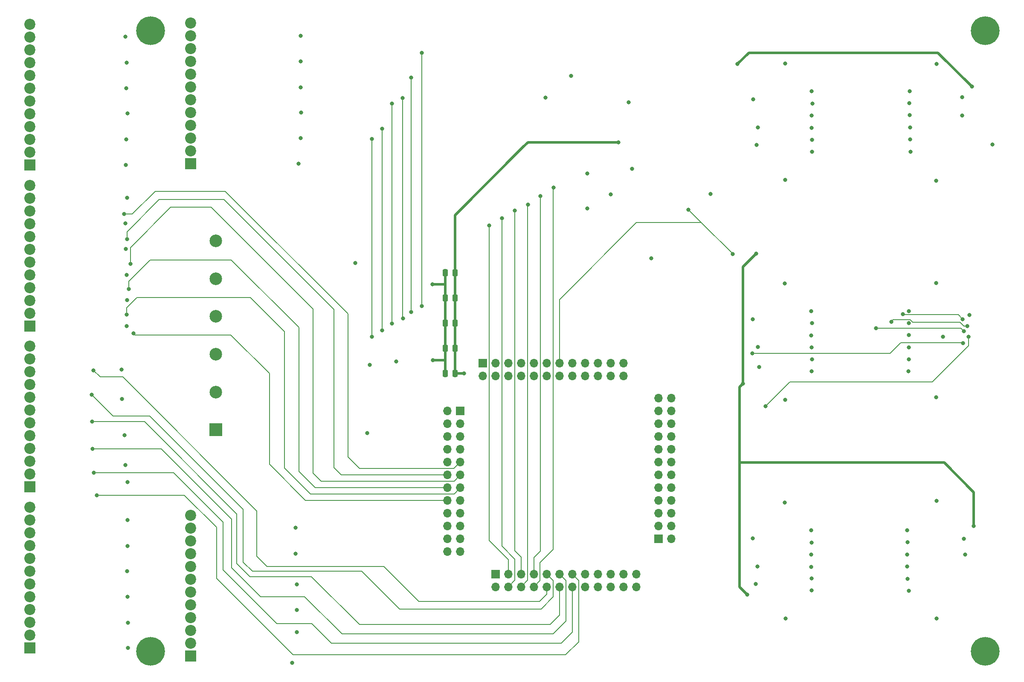
<source format=gbr>
%TF.GenerationSoftware,KiCad,Pcbnew,7.0.7*%
%TF.CreationDate,2023-08-23T16:32:02-04:00*%
%TF.ProjectId,Mux64,4d757836-342e-46b6-9963-61645f706362,rev?*%
%TF.SameCoordinates,Original*%
%TF.FileFunction,Copper,L4,Bot*%
%TF.FilePolarity,Positive*%
%FSLAX46Y46*%
G04 Gerber Fmt 4.6, Leading zero omitted, Abs format (unit mm)*
G04 Created by KiCad (PCBNEW 7.0.7) date 2023-08-23 16:32:02*
%MOMM*%
%LPD*%
G01*
G04 APERTURE LIST*
G04 Aperture macros list*
%AMRoundRect*
0 Rectangle with rounded corners*
0 $1 Rounding radius*
0 $2 $3 $4 $5 $6 $7 $8 $9 X,Y pos of 4 corners*
0 Add a 4 corners polygon primitive as box body*
4,1,4,$2,$3,$4,$5,$6,$7,$8,$9,$2,$3,0*
0 Add four circle primitives for the rounded corners*
1,1,$1+$1,$2,$3*
1,1,$1+$1,$4,$5*
1,1,$1+$1,$6,$7*
1,1,$1+$1,$8,$9*
0 Add four rect primitives between the rounded corners*
20,1,$1+$1,$2,$3,$4,$5,0*
20,1,$1+$1,$4,$5,$6,$7,0*
20,1,$1+$1,$6,$7,$8,$9,0*
20,1,$1+$1,$8,$9,$2,$3,0*%
G04 Aperture macros list end*
%TA.AperFunction,ComponentPad*%
%ADD10R,1.700000X1.700000*%
%TD*%
%TA.AperFunction,ComponentPad*%
%ADD11O,1.700000X1.700000*%
%TD*%
%TA.AperFunction,ComponentPad*%
%ADD12R,2.500000X2.500000*%
%TD*%
%TA.AperFunction,ComponentPad*%
%ADD13C,2.500000*%
%TD*%
%TA.AperFunction,ComponentPad*%
%ADD14R,2.200000X2.200000*%
%TD*%
%TA.AperFunction,ComponentPad*%
%ADD15C,2.200000*%
%TD*%
%TA.AperFunction,WasherPad*%
%ADD16C,5.700000*%
%TD*%
%TA.AperFunction,SMDPad,CuDef*%
%ADD17RoundRect,0.250000X0.250000X0.475000X-0.250000X0.475000X-0.250000X-0.475000X0.250000X-0.475000X0*%
%TD*%
%TA.AperFunction,ViaPad*%
%ADD18C,0.800000*%
%TD*%
%TA.AperFunction,Conductor*%
%ADD19C,0.152400*%
%TD*%
%TA.AperFunction,Conductor*%
%ADD20C,0.500000*%
%TD*%
%TA.AperFunction,Conductor*%
%ADD21C,0.152000*%
%TD*%
G04 APERTURE END LIST*
D10*
%TO.P,J9,1,Pin_1*%
%TO.N,unconnected-(J9-Pin_1-Pad1)*%
X185840000Y-129310000D03*
D11*
%TO.P,J9,2,Pin_2*%
%TO.N,MUX64_A34*%
X188380000Y-129310000D03*
%TO.P,J9,3,Pin_3*%
%TO.N,MUX64_A36*%
X185840000Y-126770000D03*
%TO.P,J9,4,Pin_4*%
%TO.N,MUX64_A35*%
X188380000Y-126770000D03*
%TO.P,J9,5,Pin_5*%
%TO.N,MUX64_A38*%
X185840000Y-124230000D03*
%TO.P,J9,6,Pin_6*%
%TO.N,MUX64_A37*%
X188380000Y-124230000D03*
%TO.P,J9,7,Pin_7*%
%TO.N,MUX64_A40*%
X185840000Y-121690000D03*
%TO.P,J9,8,Pin_8*%
%TO.N,MUX64_A39*%
X188380000Y-121690000D03*
%TO.P,J9,9,Pin_9*%
%TO.N,MUX64_A11*%
X185840000Y-119150000D03*
%TO.P,J9,10,Pin_10*%
%TO.N,MUX64_A41*%
X188380000Y-119150000D03*
%TO.P,J9,11,Pin_11*%
%TO.N,MUX64_A11*%
X185840000Y-116610000D03*
%TO.P,J9,12,Pin_12*%
X188380000Y-116610000D03*
%TO.P,J9,13,Pin_13*%
X185840000Y-114070000D03*
%TO.P,J9,14,Pin_14*%
X188380000Y-114070000D03*
%TO.P,J9,15,Pin_15*%
X185840000Y-111530000D03*
%TO.P,J9,16,Pin_16*%
X188380000Y-111530000D03*
%TO.P,J9,17,Pin_17*%
X185840000Y-108990000D03*
%TO.P,J9,18,Pin_18*%
X188380000Y-108990000D03*
%TO.P,J9,19,Pin_19*%
X185840000Y-106450000D03*
%TO.P,J9,20,Pin_20*%
X188380000Y-106450000D03*
%TO.P,J9,21,Pin_21*%
%TO.N,unconnected-(J9-Pin_21-Pad21)*%
X185840000Y-103910000D03*
%TO.P,J9,22,Pin_22*%
%TO.N,MUX64_A11*%
X188380000Y-103910000D03*
%TO.P,J9,23,Pin_23*%
X185840000Y-101370000D03*
%TO.P,J9,24,Pin_24*%
X188380000Y-101370000D03*
%TD*%
D10*
%TO.P,J10,1,Pin_1*%
%TO.N,MUX64_A11*%
X150915000Y-94385000D03*
D11*
%TO.P,J10,2,Pin_2*%
X150915000Y-96925000D03*
%TO.P,J10,3,Pin_3*%
%TO.N,1.2V*%
X153455000Y-94385000D03*
%TO.P,J10,4,Pin_4*%
%TO.N,unconnected-(J10-Pin_4-Pad4)*%
X153455000Y-96925000D03*
%TO.P,J10,5,Pin_5*%
%TO.N,1.2V*%
X155995000Y-94385000D03*
%TO.P,J10,6,Pin_6*%
X155995000Y-96925000D03*
%TO.P,J10,7,Pin_7*%
X158535000Y-94385000D03*
%TO.P,J10,8,Pin_8*%
X158535000Y-96925000D03*
%TO.P,J10,9,Pin_9*%
%TO.N,MUX64_A11*%
X161075000Y-94385000D03*
%TO.P,J10,10,Pin_10*%
X161075000Y-96925000D03*
%TO.P,J10,11,Pin_11*%
X163615000Y-94385000D03*
%TO.P,J10,12,Pin_12*%
X163615000Y-96925000D03*
%TO.P,J10,13,Pin_13*%
%TO.N,B_a4*%
X166155000Y-94385000D03*
%TO.P,J10,14,Pin_14*%
%TO.N,B_a0(MUX_OUT)*%
X166155000Y-96925000D03*
%TO.P,J10,15,Pin_15*%
%TO.N,MUX64_A11*%
X168695000Y-94385000D03*
%TO.P,J10,16,Pin_16*%
X168695000Y-96925000D03*
%TO.P,J10,17,Pin_17*%
X171235000Y-94385000D03*
%TO.P,J10,18,Pin_18*%
%TO.N,MUX64_A60*%
X171235000Y-96925000D03*
%TO.P,J10,19,Pin_19*%
%TO.N,MUX64_A57*%
X173775000Y-94385000D03*
%TO.P,J10,20,Pin_20*%
%TO.N,MUX64_A58*%
X173775000Y-96925000D03*
%TO.P,J10,21,Pin_21*%
%TO.N,MUX64_A55*%
X176315000Y-94385000D03*
%TO.P,J10,22,Pin_22*%
%TO.N,MUX64_A56*%
X176315000Y-96925000D03*
%TO.P,J10,23,Pin_23*%
%TO.N,MUX64_A54*%
X178855000Y-94385000D03*
%TO.P,J10,24,Pin_24*%
%TO.N,unconnected-(J10-Pin_24-Pad24)*%
X178855000Y-96925000D03*
%TD*%
D10*
%TO.P,J8,1,Pin_1*%
%TO.N,unconnected-(J8-Pin_1-Pad1)*%
X153455000Y-136295000D03*
D11*
%TO.P,J8,2,Pin_2*%
%TO.N,MUX64_A11*%
X153455000Y-138835000D03*
%TO.P,J8,3,Pin_3*%
%TO.N,MUX64_A16*%
X155995000Y-136295000D03*
%TO.P,J8,4,Pin_4*%
%TO.N,MUX64_A15*%
X155995000Y-138835000D03*
%TO.P,J8,5,Pin_5*%
%TO.N,MUX64_A18*%
X158535000Y-136295000D03*
%TO.P,J8,6,Pin_6*%
%TO.N,MUX64_A17*%
X158535000Y-138835000D03*
%TO.P,J8,7,Pin_7*%
%TO.N,MUX64_A20*%
X161075000Y-136295000D03*
%TO.P,J8,8,Pin_8*%
%TO.N,MUX64_A19*%
X161075000Y-138835000D03*
%TO.P,J8,9,Pin_9*%
%TO.N,MUX64_A22*%
X163615000Y-136295000D03*
%TO.P,J8,10,Pin_10*%
%TO.N,MUX64_A21*%
X163615000Y-138835000D03*
%TO.P,J8,11,Pin_11*%
%TO.N,MUX64_A24*%
X166155000Y-136295000D03*
%TO.P,J8,12,Pin_12*%
%TO.N,MUX64_A23*%
X166155000Y-138835000D03*
%TO.P,J8,13,Pin_13*%
%TO.N,MUX64_A26*%
X168695000Y-136295000D03*
%TO.P,J8,14,Pin_14*%
%TO.N,MUX64_A25*%
X168695000Y-138835000D03*
%TO.P,J8,15,Pin_15*%
%TO.N,MUX64_A11*%
X171235000Y-136295000D03*
%TO.P,J8,16,Pin_16*%
X171235000Y-138835000D03*
%TO.P,J8,17,Pin_17*%
%TO.N,MUX64_A30*%
X173775000Y-136295000D03*
%TO.P,J8,18,Pin_18*%
%TO.N,MUX64_A29*%
X173775000Y-138835000D03*
%TO.P,J8,19,Pin_19*%
%TO.N,MUX64_A32*%
X176315000Y-136295000D03*
%TO.P,J8,20,Pin_20*%
%TO.N,MUX64_A31*%
X176315000Y-138835000D03*
%TO.P,J8,21,Pin_21*%
%TO.N,unconnected-(J8-Pin_21-Pad21)*%
X178855000Y-136295000D03*
%TO.P,J8,22,Pin_22*%
%TO.N,MUX64_A33*%
X178855000Y-138835000D03*
%TO.P,J8,23,Pin_23*%
%TO.N,MUX64_A11*%
X181395000Y-136295000D03*
%TO.P,J8,24,Pin_24*%
X181395000Y-138835000D03*
%TD*%
D10*
%TO.P,J7,1,Pin_1*%
%TO.N,unconnected-(J7-Pin_1-Pad1)*%
X146470000Y-103910000D03*
D11*
%TO.P,J7,2,Pin_2*%
%TO.N,B_d5*%
X143930000Y-103910000D03*
%TO.P,J7,3,Pin_3*%
%TO.N,B_d3*%
X146470000Y-106450000D03*
%TO.P,J7,4,Pin_4*%
%TO.N,B_d4*%
X143930000Y-106450000D03*
%TO.P,J7,5,Pin_5*%
%TO.N,B_d1*%
X146470000Y-108990000D03*
%TO.P,J7,6,Pin_6*%
%TO.N,B_d2*%
X143930000Y-108990000D03*
%TO.P,J7,7,Pin_7*%
%TO.N,MUX64_A0*%
X146470000Y-111530000D03*
%TO.P,J7,8,Pin_8*%
%TO.N,B_d0*%
X143930000Y-111530000D03*
%TO.P,J7,9,Pin_9*%
%TO.N,MUX64_A2*%
X146470000Y-114070000D03*
%TO.P,J7,10,Pin_10*%
%TO.N,MUX64_A0*%
X143930000Y-114070000D03*
%TO.P,J7,11,Pin_11*%
%TO.N,MUX64_A4*%
X146470000Y-116610000D03*
%TO.P,J7,12,Pin_12*%
%TO.N,MUX64_A3*%
X143930000Y-116610000D03*
%TO.P,J7,13,Pin_13*%
%TO.N,MUX64_A6*%
X146470000Y-119150000D03*
%TO.P,J7,14,Pin_14*%
%TO.N,MUX64_A5*%
X143930000Y-119150000D03*
%TO.P,J7,15,Pin_15*%
%TO.N,MUX64_A8*%
X146470000Y-121690000D03*
%TO.P,J7,16,Pin_16*%
%TO.N,MUX64_A7*%
X143930000Y-121690000D03*
%TO.P,J7,17,Pin_17*%
%TO.N,MUX64_A10*%
X146470000Y-124230000D03*
%TO.P,J7,18,Pin_18*%
%TO.N,MUX64_A9*%
X143930000Y-124230000D03*
%TO.P,J7,19,Pin_19*%
%TO.N,MUX64_A11*%
X146470000Y-126770000D03*
%TO.P,J7,20,Pin_20*%
X143930000Y-126770000D03*
%TO.P,J7,21,Pin_21*%
%TO.N,unconnected-(J7-Pin_21-Pad21)*%
X146470000Y-129310000D03*
%TO.P,J7,22,Pin_22*%
%TO.N,MUX64_A11*%
X143930000Y-129310000D03*
%TO.P,J7,23,Pin_23*%
X146470000Y-131850000D03*
%TO.P,J7,24,Pin_24*%
X143930000Y-131850000D03*
%TD*%
D12*
%TO.P,J12,1,Pin_1*%
%TO.N,/mux64-regulators/screw-terminals/HV0*%
X97920000Y-107640000D03*
D13*
%TO.P,J12,2,Pin_2*%
%TO.N,MUX64_A11*%
X97920000Y-100140000D03*
%TO.P,J12,3,Pin_3*%
%TO.N,/mux64-regulators/screw-terminals/HV1*%
X97920000Y-92640000D03*
%TO.P,J12,4,Pin_4*%
%TO.N,MUX64_A11*%
X97920000Y-85140000D03*
%TO.P,J12,5,Pin_5*%
%TO.N,/mux64-regulators/screw-terminals/HV2*%
X97920000Y-77640000D03*
%TO.P,J12,6,Pin_6*%
%TO.N,MUX64_A11*%
X97920000Y-70140000D03*
%TD*%
D14*
%TO.P,J16,1,Pin_1*%
%TO.N,Net-(J16-Pin_1)*%
X61040000Y-87030000D03*
D15*
%TO.P,J16,2,Pin_2*%
%TO.N,MUX64_A11*%
X61040000Y-84490000D03*
%TO.P,J16,3,Pin_3*%
%TO.N,Net-(J16-Pin_3)*%
X61040000Y-81950000D03*
%TO.P,J16,4,Pin_4*%
%TO.N,MUX64_A11*%
X61040000Y-79410000D03*
%TO.P,J16,5,Pin_5*%
%TO.N,Net-(J16-Pin_5)*%
X61040000Y-76870000D03*
%TO.P,J16,6,Pin_6*%
%TO.N,MUX64_A11*%
X61040000Y-74330000D03*
%TO.P,J16,7,Pin_7*%
%TO.N,Net-(J16-Pin_7)*%
X61040000Y-71790000D03*
%TO.P,J16,8,Pin_8*%
%TO.N,MUX64_A11*%
X61040000Y-69250000D03*
%TO.P,J16,9,Pin_9*%
%TO.N,Net-(J16-Pin_9)*%
X61040000Y-66710000D03*
%TO.P,J16,10,Pin_10*%
%TO.N,MUX64_A11*%
X61040000Y-64170000D03*
%TO.P,J16,11,Pin_11*%
%TO.N,Net-(J16-Pin_11)*%
X61040000Y-61630000D03*
%TO.P,J16,12,Pin_12*%
%TO.N,MUX64_A11*%
X61040000Y-59090000D03*
%TD*%
D14*
%TO.P,J13,1,Pin_1*%
%TO.N,Net-(J13-Pin_1)*%
X61030000Y-118970000D03*
D15*
%TO.P,J13,2,Pin_2*%
%TO.N,MUX64_A11*%
X61030000Y-116430000D03*
%TO.P,J13,3,Pin_3*%
%TO.N,Net-(J13-Pin_3)*%
X61030000Y-113890000D03*
%TO.P,J13,4,Pin_4*%
%TO.N,MUX64_A11*%
X61030000Y-111350000D03*
%TO.P,J13,5,Pin_5*%
%TO.N,Net-(J13-Pin_5)*%
X61030000Y-108810000D03*
%TO.P,J13,6,Pin_6*%
%TO.N,MUX64_A11*%
X61030000Y-106270000D03*
%TO.P,J13,7,Pin_7*%
%TO.N,Net-(J13-Pin_7)*%
X61030000Y-103730000D03*
%TO.P,J13,8,Pin_8*%
%TO.N,MUX64_A11*%
X61030000Y-101190000D03*
%TO.P,J13,9,Pin_9*%
%TO.N,Net-(J13-Pin_9)*%
X61030000Y-98650000D03*
%TO.P,J13,10,Pin_10*%
%TO.N,MUX64_A11*%
X61030000Y-96110000D03*
%TO.P,J13,11,Pin_11*%
%TO.N,Net-(J13-Pin_11)*%
X61030000Y-93570000D03*
%TO.P,J13,12,Pin_12*%
%TO.N,MUX64_A11*%
X61030000Y-91030000D03*
%TD*%
D16*
%TO.P,H2,*%
%TO.N,*%
X85000000Y-151680000D03*
%TD*%
D14*
%TO.P,J11,1,Pin_1*%
%TO.N,Net-(J11-Pin_1)*%
X61022500Y-151001000D03*
D15*
%TO.P,J11,2,Pin_2*%
%TO.N,MUX64_A11*%
X61022500Y-148461000D03*
%TO.P,J11,3,Pin_3*%
%TO.N,Net-(J11-Pin_3)*%
X61022500Y-145921000D03*
%TO.P,J11,4,Pin_4*%
%TO.N,MUX64_A11*%
X61022500Y-143381000D03*
%TO.P,J11,5,Pin_5*%
%TO.N,Net-(J11-Pin_5)*%
X61022500Y-140841000D03*
%TO.P,J11,6,Pin_6*%
%TO.N,MUX64_A11*%
X61022500Y-138301000D03*
%TO.P,J11,7,Pin_7*%
%TO.N,Net-(J11-Pin_7)*%
X61022500Y-135761000D03*
%TO.P,J11,8,Pin_8*%
%TO.N,MUX64_A11*%
X61022500Y-133221000D03*
%TO.P,J11,9,Pin_9*%
%TO.N,Net-(J11-Pin_9)*%
X61022500Y-130681000D03*
%TO.P,J11,10,Pin_10*%
%TO.N,MUX64_A11*%
X61022500Y-128141000D03*
%TO.P,J11,11,Pin_11*%
%TO.N,Net-(J11-Pin_11)*%
X61022500Y-125601000D03*
%TO.P,J11,12,Pin_12*%
%TO.N,MUX64_A11*%
X61022500Y-123061000D03*
%TD*%
D16*
%TO.P,H1,*%
%TO.N,*%
X250700000Y-151680000D03*
%TD*%
D14*
%TO.P,J18,1,Pin_1*%
%TO.N,Net-(J18-Pin_1)*%
X61050000Y-55030000D03*
D15*
%TO.P,J18,2,Pin_2*%
%TO.N,MUX64_A11*%
X61050000Y-52490000D03*
%TO.P,J18,3,Pin_3*%
%TO.N,Net-(J18-Pin_3)*%
X61050000Y-49950000D03*
%TO.P,J18,4,Pin_4*%
%TO.N,MUX64_A11*%
X61050000Y-47410000D03*
%TO.P,J18,5,Pin_5*%
%TO.N,Net-(J18-Pin_5)*%
X61050000Y-44870000D03*
%TO.P,J18,6,Pin_6*%
%TO.N,MUX64_A11*%
X61050000Y-42330000D03*
%TO.P,J18,7,Pin_7*%
%TO.N,Net-(J18-Pin_7)*%
X61050000Y-39790000D03*
%TO.P,J18,8,Pin_8*%
%TO.N,MUX64_A11*%
X61050000Y-37250000D03*
%TO.P,J18,9,Pin_9*%
%TO.N,Net-(J18-Pin_9)*%
X61050000Y-34710000D03*
%TO.P,J18,10,Pin_10*%
%TO.N,MUX64_A11*%
X61050000Y-32170000D03*
%TO.P,J18,11,Pin_11*%
%TO.N,Net-(J18-Pin_11)*%
X61050000Y-29630000D03*
%TO.P,J18,12,Pin_12*%
%TO.N,MUX64_A11*%
X61050000Y-27090000D03*
%TD*%
D14*
%TO.P,J14,1,Pin_1*%
%TO.N,Net-(J14-Pin_1)*%
X92920000Y-152570000D03*
D15*
%TO.P,J14,2,Pin_2*%
%TO.N,MUX64_A11*%
X92920000Y-150030000D03*
%TO.P,J14,3,Pin_3*%
%TO.N,Net-(J14-Pin_3)*%
X92920000Y-147490000D03*
%TO.P,J14,4,Pin_4*%
%TO.N,MUX64_A11*%
X92920000Y-144950000D03*
%TO.P,J14,5,Pin_5*%
%TO.N,Net-(J14-Pin_5)*%
X92920000Y-142410000D03*
%TO.P,J14,6,Pin_6*%
%TO.N,MUX64_A11*%
X92920000Y-139870000D03*
%TO.P,J14,7,Pin_7*%
%TO.N,Net-(J14-Pin_7)*%
X92920000Y-137330000D03*
%TO.P,J14,8,Pin_8*%
%TO.N,MUX64_A11*%
X92920000Y-134790000D03*
%TO.P,J14,9,Pin_9*%
%TO.N,Net-(J14-Pin_9)*%
X92920000Y-132250000D03*
%TO.P,J14,10,Pin_10*%
%TO.N,MUX64_A11*%
X92920000Y-129710000D03*
%TO.P,J14,11,Pin_11*%
%TO.N,Net-(J14-Pin_11)*%
X92920000Y-127170000D03*
%TO.P,J14,12,Pin_12*%
%TO.N,MUX64_A11*%
X92920000Y-124630000D03*
%TD*%
D14*
%TO.P,J17,1,Pin_1*%
%TO.N,Net-(J17-Pin_1)*%
X92920000Y-54800000D03*
D15*
%TO.P,J17,2,Pin_2*%
%TO.N,MUX64_A11*%
X92920000Y-52260000D03*
%TO.P,J17,3,Pin_3*%
%TO.N,Net-(J17-Pin_3)*%
X92920000Y-49720000D03*
%TO.P,J17,4,Pin_4*%
%TO.N,MUX64_A11*%
X92920000Y-47180000D03*
%TO.P,J17,5,Pin_5*%
%TO.N,Net-(J17-Pin_5)*%
X92920000Y-44640000D03*
%TO.P,J17,6,Pin_6*%
%TO.N,MUX64_A11*%
X92920000Y-42100000D03*
%TO.P,J17,7,Pin_7*%
%TO.N,Net-(J17-Pin_7)*%
X92920000Y-39560000D03*
%TO.P,J17,8,Pin_8*%
%TO.N,MUX64_A11*%
X92920000Y-37020000D03*
%TO.P,J17,9,Pin_9*%
%TO.N,Net-(J17-Pin_9)*%
X92920000Y-34480000D03*
%TO.P,J17,10,Pin_10*%
%TO.N,MUX64_A11*%
X92920000Y-31940000D03*
%TO.P,J17,11,Pin_11*%
%TO.N,Net-(J17-Pin_11)*%
X92920000Y-29400000D03*
%TO.P,J17,12,Pin_12*%
%TO.N,MUX64_A11*%
X92920000Y-26860000D03*
%TD*%
D16*
%TO.P,H4,*%
%TO.N,*%
X250700000Y-28380000D03*
%TD*%
%TO.P,H3,*%
%TO.N,*%
X85000000Y-28380000D03*
%TD*%
D17*
%TO.P,C12,1*%
%TO.N,1.2V*%
X145410000Y-76468600D03*
%TO.P,C12,2*%
%TO.N,MUX64_A11*%
X143510000Y-76468600D03*
%TD*%
%TO.P,C9,1*%
%TO.N,1.2V*%
X145410000Y-91480000D03*
%TO.P,C9,2*%
%TO.N,MUX64_A11*%
X143510000Y-91480000D03*
%TD*%
%TO.P,C7,1*%
%TO.N,1.2V*%
X145410000Y-96483800D03*
%TO.P,C7,2*%
%TO.N,MUX64_A11*%
X143510000Y-96483800D03*
%TD*%
%TO.P,C10,1*%
%TO.N,1.2V*%
X145410000Y-86476200D03*
%TO.P,C10,2*%
%TO.N,MUX64_A11*%
X143510000Y-86476200D03*
%TD*%
%TO.P,C11,1*%
%TO.N,1.2V*%
X145410000Y-81472400D03*
%TO.P,C11,2*%
%TO.N,MUX64_A11*%
X143510000Y-81472400D03*
%TD*%
D18*
%TO.N,B_a0(MUX_OUT)*%
X246300000Y-90480000D03*
X204400000Y-92480000D03*
%TO.N,B_d3*%
X247400000Y-89180000D03*
X207100000Y-102980000D03*
%TO.N,LV_RB*%
X205200000Y-72680000D03*
X202600000Y-98480000D03*
%TO.N,B_d1*%
X247100000Y-87080000D03*
X232000000Y-86180000D03*
%TO.N,B_d0*%
X246200000Y-85680000D03*
X234300000Y-84680000D03*
%TO.N,B_d2*%
X246400000Y-88080000D03*
X229000000Y-87500000D03*
%TO.N,MUX64_A11*%
X240950000Y-101200000D03*
%TO.N,B_a4*%
X200500000Y-72750000D03*
%TO.N,LV_RB*%
X248000000Y-39500000D03*
X201500000Y-35000000D03*
X248360000Y-126760000D03*
X203420000Y-140390000D03*
%TO.N,1.2V*%
X177850000Y-50540000D03*
X147216200Y-96483800D03*
%TO.N,B_a4*%
X191730000Y-63920000D03*
%TO.N,MUX64_A2*%
X79710000Y-64810000D03*
%TO.N,MUX64_A3*%
X80310000Y-69780000D03*
%TO.N,MUX64_A4*%
X80980000Y-74690000D03*
%TO.N,MUX64_A5*%
X80620000Y-79690000D03*
%TO.N,MUX64_A6*%
X80220000Y-84800000D03*
%TO.N,MUX64_A7*%
X81560000Y-88520000D03*
%TO.N,MUX64_A15*%
X154720000Y-65630000D03*
%TO.N,MUX64_A16*%
X152180000Y-67090000D03*
%TO.N,MUX64_A17*%
X159875000Y-62955000D03*
%TO.N,MUX64_A18*%
X157260000Y-64140000D03*
%TO.N,MUX64_A19*%
X164970000Y-59510000D03*
%TO.N,MUX64_A20*%
X162380000Y-61240000D03*
%TO.N,MUX64_A21*%
X73660000Y-95860000D03*
%TO.N,MUX64_A22*%
X73260000Y-100670000D03*
%TO.N,MUX64_A23*%
X73400000Y-106030000D03*
%TO.N,MUX64_A24*%
X73440000Y-111460000D03*
%TO.N,MUX64_A25*%
X73680000Y-116170000D03*
%TO.N,MUX64_A26*%
X74260000Y-120690000D03*
%TO.N,MUX64_A11*%
X235460000Y-96050000D03*
X246700000Y-132450000D03*
X216250000Y-93670000D03*
X216140000Y-134860000D03*
X80230000Y-87080000D03*
X114750000Y-49750000D03*
X235500000Y-93670000D03*
X216240000Y-130040000D03*
X235270000Y-137250000D03*
X80370000Y-44850000D03*
X176340000Y-60920000D03*
X79250000Y-95710000D03*
X79950000Y-29580000D03*
X216140000Y-88890000D03*
X114020000Y-143410000D03*
X180540000Y-55850000D03*
X235200000Y-127620000D03*
X80420000Y-125600000D03*
X168410000Y-37330000D03*
X210980000Y-58050000D03*
X235630000Y-42810000D03*
X205480000Y-134780000D03*
X210860000Y-122110000D03*
X246430000Y-129270000D03*
X80480000Y-150970000D03*
X125570000Y-74490000D03*
X216200000Y-137220000D03*
X80050000Y-55030000D03*
X210910000Y-78560000D03*
X128470000Y-94770000D03*
X240970000Y-121800000D03*
X205751755Y-95220500D03*
X235500000Y-91270000D03*
X113090000Y-153930000D03*
X240970000Y-145150000D03*
X216150000Y-84060000D03*
X79320000Y-101500000D03*
X80450000Y-145970000D03*
X216290000Y-86490000D03*
X235770000Y-49980000D03*
X216290000Y-50030000D03*
X246130000Y-45210000D03*
X216190000Y-91310000D03*
X140950000Y-78780000D03*
X235660000Y-40410000D03*
X113990000Y-147870000D03*
X80350000Y-135710000D03*
X216180000Y-45250000D03*
X80400000Y-140850000D03*
X113740000Y-132280000D03*
X79980000Y-114690000D03*
X247500000Y-84830000D03*
X216300000Y-52400000D03*
X205240000Y-51060000D03*
X216190000Y-40420000D03*
X205150000Y-138250000D03*
X235500000Y-139610000D03*
X80400000Y-130740000D03*
X80140000Y-49960000D03*
X113740000Y-127080000D03*
X163390000Y-41700000D03*
X235650000Y-45170000D03*
X205570000Y-47590000D03*
X235170000Y-132430000D03*
X79790000Y-108710000D03*
X80040000Y-71760000D03*
X235500000Y-86500000D03*
X252080000Y-51020000D03*
X196120000Y-60820000D03*
X171670000Y-63660000D03*
X216330000Y-42850000D03*
X80220000Y-76880000D03*
X204570000Y-42030000D03*
X210950000Y-34920000D03*
X240940000Y-58180000D03*
X133750000Y-94110000D03*
X216210000Y-139590000D03*
X240920000Y-78510000D03*
X235500000Y-88870000D03*
X205530000Y-91230000D03*
X114770000Y-29430000D03*
X114030000Y-138330000D03*
X216160000Y-96070000D03*
X204480000Y-129220000D03*
X216100000Y-127610000D03*
X235730000Y-47610000D03*
X114840000Y-44600000D03*
X114380000Y-54810000D03*
X216230000Y-47670000D03*
X171670000Y-56730000D03*
X80360000Y-118070000D03*
X80240000Y-34720000D03*
X184400000Y-73600000D03*
X235820000Y-52390000D03*
X235500000Y-84070000D03*
X216090000Y-132440000D03*
X141040000Y-93830000D03*
X179840000Y-42600000D03*
X80160000Y-39780000D03*
X127940000Y-108280000D03*
X211010000Y-145110000D03*
X79960000Y-66660000D03*
X246120000Y-41600000D03*
X114750000Y-34510000D03*
X204530000Y-85670000D03*
X242300000Y-89180000D03*
X210940000Y-101700000D03*
X235260000Y-130020000D03*
X80280000Y-61600000D03*
X114800000Y-39660000D03*
X235170000Y-134820000D03*
X80270000Y-81920000D03*
X241000000Y-35010000D03*
%TO.N,MUX64_A55*%
X135050000Y-85540000D03*
X135020000Y-41790000D03*
%TO.N,MUX64_A54*%
X138780000Y-32820000D03*
X138790000Y-83090000D03*
%TO.N,MUX64_A56*%
X136740000Y-84270000D03*
X136730000Y-37680000D03*
%TO.N,MUX64_A57*%
X130930000Y-47880000D03*
X130930000Y-87880000D03*
%TO.N,MUX64_A58*%
X132900000Y-86520000D03*
X132910000Y-42840000D03*
%TO.N,MUX64_A60*%
X128910000Y-89160000D03*
X128890000Y-49900000D03*
%TD*%
D19*
%TO.N,B_a0(MUX_OUT)*%
X204400000Y-92480000D02*
X231800000Y-92480000D01*
X231800000Y-92480000D02*
X233900000Y-90380000D01*
X233900000Y-90380000D02*
X246200000Y-90380000D01*
X246200000Y-90380000D02*
X246300000Y-90480000D01*
%TO.N,B_d3*%
X247400000Y-89180000D02*
X247400000Y-90980000D01*
X247400000Y-90980000D02*
X240200000Y-98180000D01*
X211900000Y-98180000D02*
X207100000Y-102980000D01*
X240200000Y-98180000D02*
X211900000Y-98180000D01*
%TO.N,B_d2*%
X246400000Y-88080000D02*
X245820000Y-87500000D01*
X245820000Y-87500000D02*
X229000000Y-87500000D01*
D20*
%TO.N,LV_RB*%
X248360000Y-126760000D02*
X248360000Y-120040000D01*
X248360000Y-120040000D02*
X242500000Y-114180000D01*
X242500000Y-114180000D02*
X201900000Y-114180000D01*
X201900000Y-113980000D02*
X201900000Y-113780000D01*
X201900000Y-113780000D02*
X201900000Y-99180000D01*
X201900000Y-114180000D02*
X201900000Y-113780000D01*
X203420000Y-140390000D02*
X201900000Y-138870000D01*
X201900000Y-138870000D02*
X201900000Y-114180000D01*
X201900000Y-99180000D02*
X202600000Y-98480000D01*
X202600000Y-75280000D02*
X205200000Y-72680000D01*
X202600000Y-98480000D02*
X202600000Y-75280000D01*
D19*
%TO.N,B_d0*%
X246200000Y-85680000D02*
X245300000Y-84780000D01*
X234400000Y-84780000D02*
X234300000Y-84680000D01*
X245300000Y-84780000D02*
X234400000Y-84780000D01*
%TO.N,B_d1*%
X247100000Y-87080000D02*
X246423708Y-87080000D01*
X245623708Y-86280000D02*
X236236292Y-86280000D01*
X232356200Y-85823800D02*
X232000000Y-86180000D01*
X235780092Y-85823800D02*
X232356200Y-85823800D01*
X246423708Y-87080000D02*
X245623708Y-86280000D01*
X236236292Y-86280000D02*
X235780092Y-85823800D01*
%TO.N,B_a4*%
X200500000Y-72690000D02*
X194315000Y-66505000D01*
X200500000Y-72750000D02*
X200500000Y-72690000D01*
X200560000Y-72750000D02*
X200500000Y-72750000D01*
D20*
%TO.N,LV_RB*%
X201500000Y-35000000D02*
X203750000Y-32750000D01*
X203750000Y-32750000D02*
X241250000Y-32750000D01*
X241250000Y-32750000D02*
X248000000Y-39500000D01*
%TO.N,1.2V*%
X158920000Y-51500000D02*
X159880000Y-50540000D01*
X145410000Y-76468600D02*
X145410000Y-96483800D01*
X159880000Y-50540000D02*
X177850000Y-50540000D01*
X145410000Y-76468600D02*
X145410000Y-65010000D01*
X145410000Y-96483800D02*
X147216200Y-96483800D01*
X145410000Y-65010000D02*
X158920000Y-51500000D01*
D19*
%TO.N,B_a4*%
X200540000Y-72730000D02*
X200560000Y-72750000D01*
D21*
X166155000Y-81795000D02*
X166155000Y-94385000D01*
D19*
X194315000Y-66505000D02*
X191730000Y-63920000D01*
X194315000Y-66505000D02*
X181445000Y-66505000D01*
X181445000Y-66505000D02*
X166155000Y-81795000D01*
%TO.N,MUX64_A2*%
X79710000Y-64810000D02*
X81350000Y-64810000D01*
X81350000Y-64810000D02*
X85890000Y-60270000D01*
X145200000Y-115340000D02*
X146470000Y-114070000D01*
X85890000Y-60270000D02*
X99820000Y-60270000D01*
X126480000Y-115340000D02*
X145200000Y-115340000D01*
X124180000Y-113040000D02*
X126480000Y-115340000D01*
X124180000Y-84630000D02*
X124180000Y-113040000D01*
X99820000Y-60270000D02*
X124180000Y-84630000D01*
%TO.N,MUX64_A3*%
X121380000Y-115210000D02*
X122780000Y-116610000D01*
X86680000Y-61950000D02*
X99560000Y-61950000D01*
X80310000Y-69780000D02*
X80310000Y-68320000D01*
X80310000Y-68320000D02*
X86680000Y-61950000D01*
X99560000Y-61950000D02*
X121380000Y-83770000D01*
X121380000Y-83770000D02*
X121380000Y-115210000D01*
X122780000Y-116610000D02*
X143930000Y-116610000D01*
%TO.N,MUX64_A4*%
X118820000Y-117850000D02*
X145230000Y-117850000D01*
X117250000Y-83690000D02*
X117250000Y-116280000D01*
X80980000Y-71460000D02*
X88990000Y-63450000D01*
X97010000Y-63450000D02*
X117250000Y-83690000D01*
X117250000Y-116280000D02*
X118820000Y-117850000D01*
X88990000Y-63450000D02*
X97010000Y-63450000D01*
X80980000Y-74690000D02*
X80980000Y-71460000D01*
X145230000Y-117850000D02*
X146470000Y-116610000D01*
%TO.N,MUX64_A5*%
X114450000Y-87350000D02*
X114450000Y-115970000D01*
X80620000Y-79690000D02*
X80620000Y-78150000D01*
X114450000Y-115970000D02*
X117630000Y-119150000D01*
X117630000Y-119150000D02*
X143930000Y-119150000D01*
X84870000Y-73900000D02*
X101000000Y-73900000D01*
X80620000Y-78150000D02*
X84870000Y-73900000D01*
X101000000Y-73900000D02*
X114450000Y-87350000D01*
%TO.N,MUX64_A6*%
X80220000Y-83390000D02*
X82250000Y-81360000D01*
X104780000Y-81360000D02*
X111580000Y-88160000D01*
X111580000Y-88160000D02*
X111580000Y-115280000D01*
X145230000Y-120390000D02*
X146470000Y-119150000D01*
X111580000Y-115280000D02*
X116690000Y-120390000D01*
X80220000Y-84800000D02*
X80220000Y-83390000D01*
X82250000Y-81360000D02*
X104780000Y-81360000D01*
X116690000Y-120390000D02*
X145230000Y-120390000D01*
%TO.N,MUX64_A7*%
X81560000Y-88520000D02*
X81860000Y-88820000D01*
X108560000Y-96480000D02*
X108560000Y-114510000D01*
X108560000Y-114510000D02*
X115740000Y-121690000D01*
X100900000Y-88820000D02*
X108560000Y-96480000D01*
X81860000Y-88820000D02*
X100900000Y-88820000D01*
X115740000Y-121690000D02*
X143930000Y-121690000D01*
%TO.N,MUX64_A15*%
X154720000Y-65630000D02*
X154720000Y-76110000D01*
X157310000Y-137520000D02*
X155995000Y-138835000D01*
X157310000Y-133370000D02*
X157310000Y-137510000D01*
X154720000Y-130780000D02*
X157310000Y-133370000D01*
X154720000Y-76110000D02*
X154720000Y-130780000D01*
%TO.N,MUX64_A16*%
X152200000Y-129670000D02*
X155995000Y-133465000D01*
X152180000Y-67090000D02*
X152200000Y-67110000D01*
X152200000Y-67110000D02*
X152200000Y-109600000D01*
X155995000Y-133465000D02*
X155995000Y-136295000D01*
X152200000Y-109600000D02*
X152200000Y-129670000D01*
%TO.N,MUX64_A17*%
X159810000Y-137560000D02*
X158535000Y-138835000D01*
X159810000Y-63020000D02*
X159810000Y-137560000D01*
X159875000Y-62955000D02*
X159810000Y-63020000D01*
%TO.N,MUX64_A18*%
X158535000Y-132985000D02*
X158535000Y-136295000D01*
X157270000Y-71500000D02*
X157270000Y-110170000D01*
X157270000Y-131720000D02*
X158535000Y-132985000D01*
X157270000Y-110170000D02*
X157270000Y-131720000D01*
X157270000Y-64150000D02*
X157270000Y-71500000D01*
X157260000Y-64140000D02*
X157270000Y-64150000D01*
%TO.N,MUX64_A19*%
X162300000Y-137610000D02*
X161075000Y-138835000D01*
X162300000Y-134030000D02*
X162300000Y-137610000D01*
X164970000Y-59510000D02*
X164890000Y-59590000D01*
X164890000Y-59590000D02*
X164890000Y-131440000D01*
X164890000Y-131440000D02*
X162300000Y-134030000D01*
%TO.N,MUX64_A20*%
X162350000Y-131780000D02*
X161075000Y-133055000D01*
X162350000Y-61270000D02*
X162350000Y-131780000D01*
X161075000Y-133055000D02*
X161075000Y-136295000D01*
X162380000Y-61240000D02*
X162350000Y-61270000D01*
%TO.N,MUX64_A21*%
X74950000Y-97150000D02*
X73660000Y-95860000D01*
X105990000Y-123700000D02*
X79440000Y-97150000D01*
X138220000Y-141770000D02*
X131240000Y-134790000D01*
X131240000Y-134790000D02*
X108070000Y-134790000D01*
X163620000Y-140350000D02*
X162200000Y-141770000D01*
X163615000Y-140345000D02*
X163620000Y-140350000D01*
X106060000Y-123770000D02*
X105990000Y-123700000D01*
X108070000Y-134790000D02*
X106060000Y-132780000D01*
X163615000Y-138835000D02*
X163615000Y-140345000D01*
X162200000Y-141770000D02*
X138220000Y-141770000D01*
X106060000Y-132780000D02*
X106060000Y-123770000D01*
X79440000Y-97150000D02*
X74950000Y-97150000D01*
%TO.N,MUX64_A22*%
X134440000Y-143300000D02*
X162490000Y-143300000D01*
X105170000Y-135780000D02*
X126920000Y-135780000D01*
X103340000Y-133950000D02*
X105170000Y-135780000D01*
X103340000Y-123460000D02*
X103340000Y-133950000D01*
X84790000Y-104910000D02*
X103340000Y-123460000D01*
X162490000Y-143300000D02*
X164930000Y-140860000D01*
X73260000Y-100670000D02*
X77500000Y-104910000D01*
X77500000Y-104910000D02*
X84790000Y-104910000D01*
X164930000Y-137610000D02*
X163615000Y-136295000D01*
X164930000Y-140860000D02*
X164930000Y-137610000D01*
X126920000Y-135780000D02*
X134440000Y-143300000D01*
%TO.N,MUX64_A23*%
X166155000Y-144485000D02*
X166155000Y-138835000D01*
X73400000Y-106030000D02*
X83770000Y-106030000D01*
X126420000Y-146360000D02*
X164280000Y-146360000D01*
X102100000Y-124360000D02*
X102100000Y-134240000D01*
X116880000Y-136820000D02*
X126420000Y-146360000D01*
X102100000Y-134240000D02*
X104680000Y-136820000D01*
X164280000Y-146360000D02*
X166155000Y-144485000D01*
X83770000Y-106030000D02*
X102100000Y-124360000D01*
X104680000Y-136820000D02*
X116880000Y-136820000D01*
%TO.N,MUX64_A24*%
X101050000Y-135080000D02*
X106820000Y-140850000D01*
X167430000Y-145690000D02*
X167430000Y-137570000D01*
X73440000Y-111460000D02*
X87080000Y-111460000D01*
X122950000Y-148230000D02*
X164890000Y-148230000D01*
X106820000Y-140850000D02*
X115570000Y-140850000D01*
X167430000Y-137570000D02*
X166155000Y-136295000D01*
X101050000Y-125430000D02*
X101050000Y-135080000D01*
X115570000Y-140850000D02*
X122950000Y-148230000D01*
X87080000Y-111460000D02*
X101050000Y-125430000D01*
X164890000Y-148230000D02*
X167430000Y-145690000D01*
%TO.N,MUX64_A25*%
X120850000Y-150020000D02*
X166540000Y-150020000D01*
X168700000Y-141150000D02*
X168695000Y-141145000D01*
X166540000Y-150020000D02*
X168700000Y-147860000D01*
X99360000Y-135520000D02*
X110000000Y-146160000D01*
X99360000Y-125990000D02*
X99360000Y-135520000D01*
X110000000Y-146160000D02*
X116990000Y-146160000D01*
X168700000Y-147860000D02*
X168700000Y-141150000D01*
X89540000Y-116170000D02*
X99360000Y-125990000D01*
X168695000Y-141145000D02*
X168695000Y-138835000D01*
X73680000Y-116170000D02*
X89540000Y-116170000D01*
X116990000Y-146160000D02*
X120850000Y-150020000D01*
%TO.N,MUX64_A26*%
X167380000Y-152360000D02*
X169980000Y-149760000D01*
X91690000Y-120690000D02*
X98050000Y-127050000D01*
X168695000Y-136295000D02*
X169970000Y-137570000D01*
X169980000Y-149760000D02*
X169980000Y-137550000D01*
X98050000Y-137190000D02*
X113220000Y-152360000D01*
X74260000Y-120690000D02*
X91690000Y-120690000D01*
X113220000Y-152360000D02*
X167380000Y-152360000D01*
X98050000Y-127050000D02*
X98050000Y-137190000D01*
D20*
%TO.N,MUX64_A11*%
X143510000Y-78760000D02*
X140970000Y-78760000D01*
X143510000Y-96483800D02*
X143510000Y-93820000D01*
X143510000Y-78760000D02*
X143510000Y-76468600D01*
X143510000Y-86476200D02*
X143510000Y-81472400D01*
X143510000Y-93820000D02*
X141050000Y-93820000D01*
D19*
X140970000Y-78760000D02*
X140950000Y-78780000D01*
X141050000Y-93820000D02*
X141040000Y-93830000D01*
D20*
X143510000Y-91480000D02*
X143510000Y-86476200D01*
X143510000Y-81472400D02*
X143510000Y-78760000D01*
X143510000Y-93820000D02*
X143510000Y-91480000D01*
D19*
%TO.N,MUX64_A55*%
X135050000Y-85540000D02*
X135020000Y-85510000D01*
X135020000Y-85510000D02*
X135020000Y-41790000D01*
%TO.N,MUX64_A54*%
X138780000Y-83080000D02*
X138780000Y-32820000D01*
X138790000Y-83090000D02*
X138780000Y-83080000D01*
%TO.N,MUX64_A56*%
X136740000Y-84270000D02*
X136730000Y-84260000D01*
X136730000Y-84260000D02*
X136730000Y-37680000D01*
%TO.N,MUX64_A57*%
X130930000Y-87880000D02*
X130930000Y-47880000D01*
%TO.N,MUX64_A58*%
X132910000Y-86510000D02*
X132910000Y-42840000D01*
X132900000Y-86520000D02*
X132910000Y-86510000D01*
%TO.N,MUX64_A60*%
X128910000Y-89160000D02*
X128890000Y-89140000D01*
X128890000Y-89140000D02*
X128890000Y-49900000D01*
%TD*%
M02*

</source>
